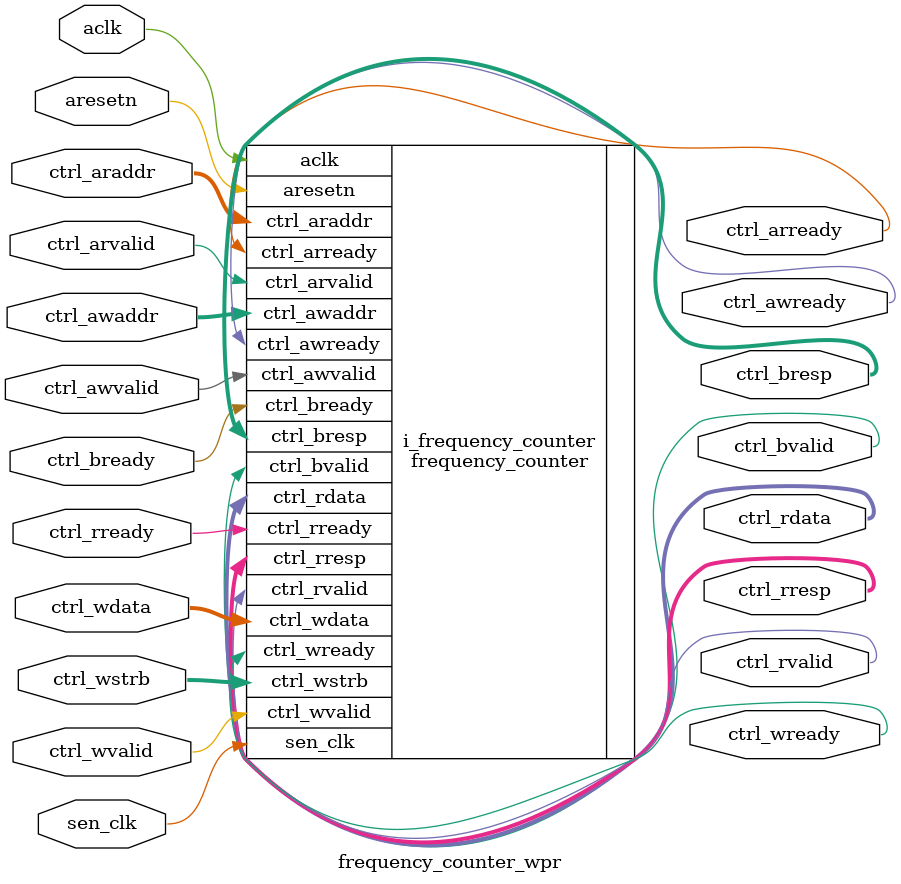
<source format=v>


module frequency_counter_wpr #(
  parameter ACLK_FREQUENCY = 200000000
)(
  input         aclk,
  input         aresetn,
  input         sen_clk,
  input         ctrl_arvalid,
  output        ctrl_arready,
  input  [11:0] ctrl_araddr,
  output        ctrl_rvalid,
  input         ctrl_rready,
  output [31:0] ctrl_rdata,
  output [1:0]  ctrl_rresp,
  input         ctrl_awvalid,
  output        ctrl_awready,
  input  [11:0] ctrl_awaddr,
  input         ctrl_wvalid,
  output        ctrl_wready,
  input  [31:0] ctrl_wdata,
  input  [3:0]  ctrl_wstrb,
  output        ctrl_bvalid,
  input         ctrl_bready,
  output [1:0]  ctrl_bresp
);


  //----------------------------------------------------------------------------
  frequency_counter #(
    .ACLK_FREQUENCY (ACLK_FREQUENCY)
  ) i_frequency_counter (
    .aclk (aclk),
    .aresetn (aresetn),
    .sen_clk (sen_clk),
    .ctrl_arvalid (ctrl_arvalid),
    .ctrl_arready (ctrl_arready),
    .ctrl_araddr (ctrl_araddr),
    .ctrl_rvalid (ctrl_rvalid),
    .ctrl_rready (ctrl_rready),
    .ctrl_rdata (ctrl_rdata),
    .ctrl_rresp (ctrl_rresp),
    .ctrl_awvalid (ctrl_awvalid),
    .ctrl_awready (ctrl_awready),
    .ctrl_awaddr (ctrl_awaddr),
    .ctrl_wvalid (ctrl_wvalid),
    .ctrl_wready (ctrl_wready),
    .ctrl_wdata (ctrl_wdata),
    .ctrl_wstrb (ctrl_wstrb),
    .ctrl_bvalid (ctrl_bvalid),
    .ctrl_bready (ctrl_bready),
    .ctrl_bresp (ctrl_bresp)
  );

endmodule
</source>
